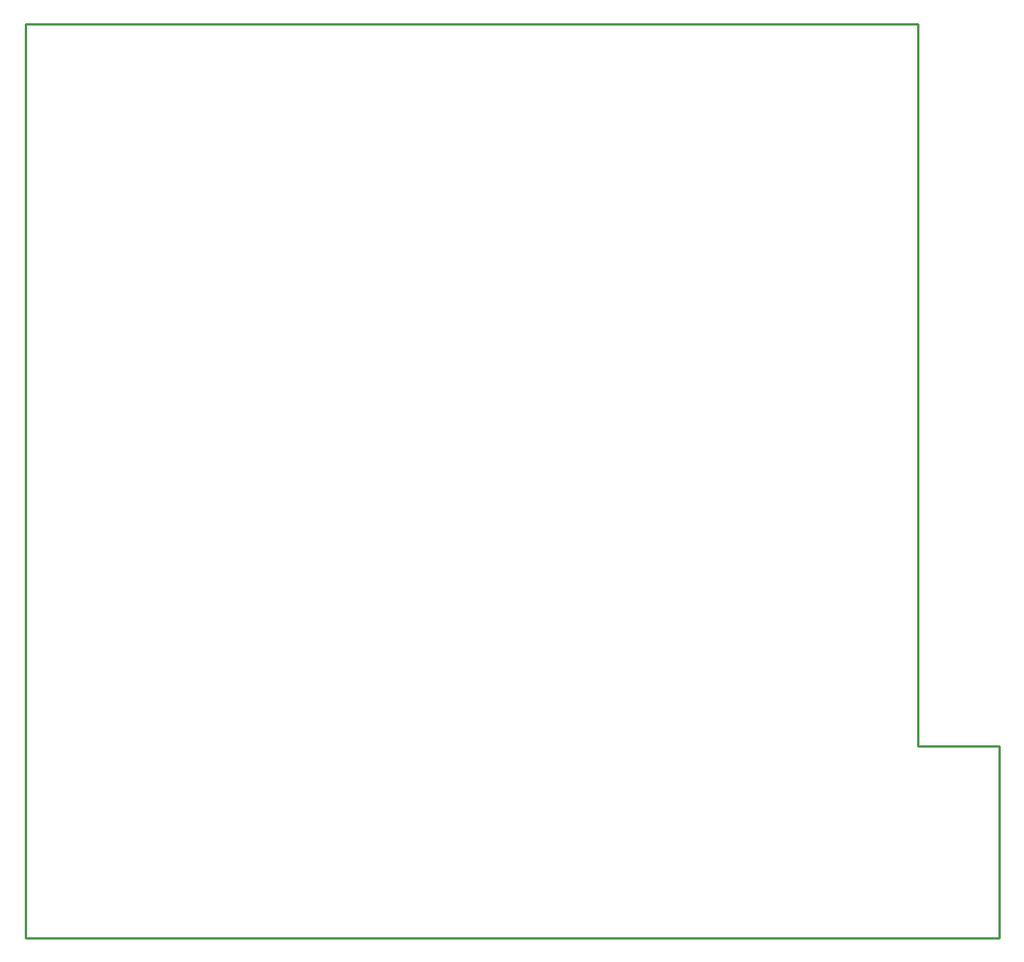
<source format=gm1>
G04*
G04 #@! TF.GenerationSoftware,Altium Limited,Altium Designer,20.0.12 (288)*
G04*
G04 Layer_Color=16711935*
%FSLAX44Y44*%
%MOMM*%
G71*
G01*
G75*
%ADD12C,0.2540*%
D12*
X975000Y209750D02*
X1064000D01*
Y0D02*
Y209750D01*
X975000Y0D02*
X1064000D01*
X975000Y209750D02*
Y1000000D01*
X0Y0D02*
X975000D01*
X0Y1000000D02*
X975000D01*
X0Y0D02*
Y1000000D01*
M02*

</source>
